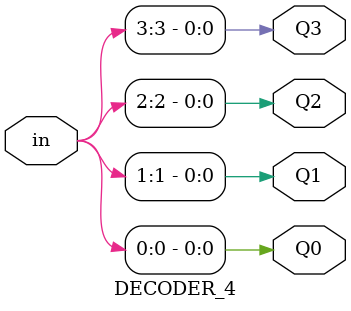
<source format=v>
module DECODER_4(in,Q0,Q1,Q2,Q3);
    input [3:0] in;
    output Q0,Q1,Q2,Q3;


    assign Q0 = in[0];
    assign Q1 = in[1];
    assign Q2 = in[2];
    assign Q3 = in[3];



endmodule


</source>
